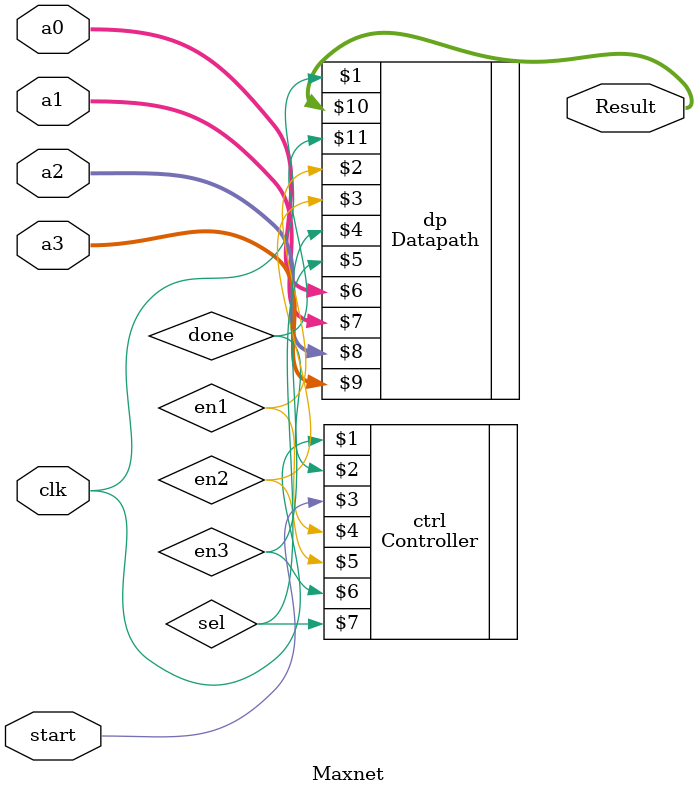
<source format=v>
module Maxnet(input [31:0] a0,a1,a2,a3 , input clk , start , output [31:0] Result);
wire en1 , en2 , en3 , sel , done , reset ;
Datapath dp(clk , en1 , en2 , en3 , sel , a0 , a1 , a2 , a3 ,Result , done);
Controller ctrl(clk,done,start,en1 , en2 , en3 , sel );

endmodule

</source>
